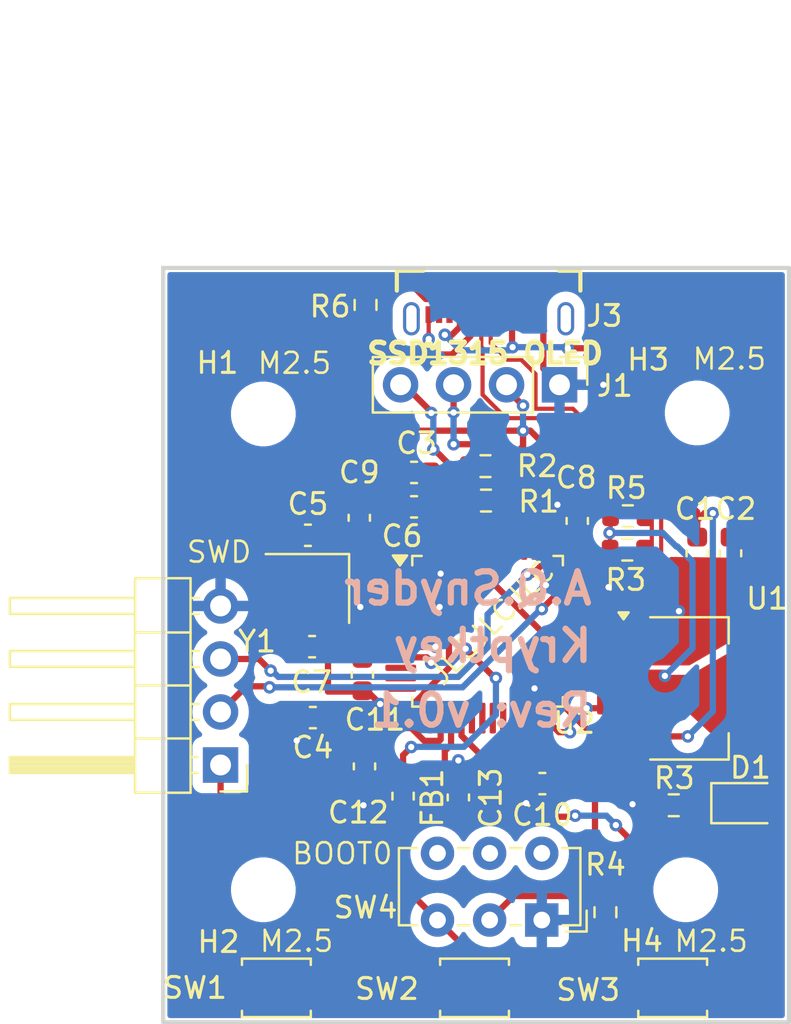
<source format=kicad_pcb>
(kicad_pcb (version 20240108) (generator "pcbnew") (generator_version "8.0")
  (layers (0 "F.Cu" signal) (31 "B.Cu" power) (34 "B.Paste" user) (35 "F.Paste" user) (36 "B.SilkS" user "B.Silkscreen") (37 "F.SilkS" user "F.Silkscreen") (38 "B.Mask" user) (39 "F.Mask" user) (44 "Edge.Cuts" user))
  (net 0 "")
  (net 1 "GND")
  (net 2 "+3.3V")
  (net 3 "+3.3V_A")
  (net 4 "/NRST")
  (net 5 "/HSE_IN")
  (net 6 "/HSE_OUT")
  (net 7 "VBUS")
  (net 8 "/PWR_LED_K")
  (net 9 "/SWDIO")
  (net 10 "/SWCLK")
  (net 11 "/I2C1_SCL_OLED")
  (net 12 "/I2C1_SDA_OLED")
  (net 13 "/BOOT0")
  (net 14 "/SW_BOOT0")
  (net 15 "/USB_D+")
  (net 16 "/UI_DOWN_BUTTON")
  (net 17 "/UI_UP_BUTTON")
  (net 18 "/UI_ENTER_BUTTON")
  (net 19 "/USB_D-")
  (net 64 "Net-(J3-CC1)")
  (footprint "Resistor_SMD:R_0603_1608Metric" (layer "F.Cu") (at 149.65 85.475 -90)
    (property "Reference" "R6")
    (property "Value" "5.1K" (hide yes))
  )
  (footprint "Resistor_SMD:R_0603_1608Metric" (layer "F.Cu") (at 155.4 93.2)
    (property "Reference" "R2")
    (property "Value" "1.5K" (hide yes))
  )
  (footprint "Capacitor_SMD:C_0603_1608Metric" (layer "F.Cu") (at 158.125 108.4125 180)
    (property "Reference" "C10")
    (property "Value" "100nF" (hide yes))
  )
  (footprint "Capacitor_SMD:C_0603_1608Metric" (layer "F.Cu") (at 147.0875 101.85)
    (property "Reference" "C7")
    (property "Value" "10pF" (hide yes))
  )
  (footprint "Button_Switch_THT:SW_E-Switch_EG1271_SPDT" (layer "F.Cu") (at 158.1 114.95 180)
    (property "Reference" "SW4")
    (property "Value" "SW_SPDT" (hide yes))
  )
  (footprint "MountingHole:MountingHole_2.7mm_M2.5" (layer "F.Cu") (at 144.75 113.5)
    (property "Reference" "H2")
    (property "Value" "M3_OLED" (hide yes))
  )
  (footprint "Resistor_SMD:R_0603_1608Metric" (layer "F.Cu") (at 155.425 94.85)
    (property "Reference" "R1")
    (property "Value" "1.5K" (hide yes))
  )
  (footprint "Package_TO_SOT_SMD:SOT-223-3_TabPin2" (layer "F.Cu") (at 165.15 103.85)
    (property "Reference" "U1")
    (property "Value" "AMS1117-3.3" (hide yes))
  )
  (footprint "MountingHole:MountingHole_2.7mm_M2.5" (layer "F.Cu") (at 144.75 90.7)
    (property "Reference" "H1")
    (property "Value" "M1_OLED" (hide yes))
  )
  (footprint "MountingHole:MountingHole_2.7mm_M2.5" (layer "F.Cu") (at 165.55 90.65)
    (property "Reference" "H3")
    (property "Value" "M2_OLED" (hide yes))
  )
  (footprint "Resistor_SMD:R_0603_1608Metric" (layer "F.Cu") (at 162.225 95.6 180)
    (property "Reference" "R5")
    (property "Value" "1.5K" (hide yes))
  )
  (footprint "Capacitor_SMD:C_0603_1608Metric" (layer "F.Cu") (at 151.975 93.5)
    (property "Reference" "C3")
    (property "Value" "10uF" (hide yes))
  )
  (footprint "Package_QFP:LQFP-48_7x7mm_P0.5mm" (layer "F.Cu") (at 155.5 101.1125)
    (property "Reference" "U2")
    (property "Value" "STM32F103C8T6")
  )
  (footprint "Button_Switch_SMD:SW_SPST_B3U-1000P" (layer "F.Cu") (at 154.875 118.2)
    (property "Reference" "SW2")
    (property "Value" "SW_Push" (hide yes))
  )
  (footprint "Capacitor_SMD:C_0603_1608Metric" (layer "F.Cu") (at 159.8 95.825 90)
    (property "Reference" "C8")
    (property "Value" "100nF" (hide yes))
  )
  (footprint "Crystal:Crystal_SMD_3225-4Pin_3.2x2.5mm" (layer "F.Cu") (at 146.8625 99.0625 180)
    (property "Reference" "Y1")
    (property "Value" "16MHz" (hide yes))
  )
  (footprint "Inductor_SMD:L_0603_1608Metric" (layer "F.Cu") (at 151.45 109.0125 -90)
    (property "Reference" "FB1")
    (property "Value" "120R" (hide yes))
  )
  (footprint "Capacitor_SMD:C_0603_1608Metric" (layer "F.Cu") (at 167.15 97.375 -90)
    (property "Reference" "C2")
    (property "Value" "22uF" (hide yes))
  )
  (footprint "Connector_PinHeader_2.54mm:PinHeader_1x04_P2.54mm_Horizontal" (layer "F.Cu") (at 142.7 107.52 180)
    (property "Reference" "J2" (hide yes))
    (property "Value" "Conn_01x04_Pin" (hide yes))
  )
  (footprint "Capacitor_SMD:C_0603_1608Metric" (layer "F.Cu") (at 149.6 107.5875 -90)
    (property "Reference" "C12")
    (property "Value" "1uF" (hide yes))
  )
  (footprint "Resistor_SMD:R_0603_1608Metric" (layer "F.Cu") (at 161.15 114.575 90)
    (property "Reference" "R4")
    (property "Value" "10K" (hide yes))
  )
  (footprint "MountingHole:MountingHole_2.7mm_M2.5" (layer "F.Cu") (at 165 113.5)
    (property "Reference" "H4")
    (property "Value" "M4_OLED" (hide yes))
  )
  (footprint "Connector_PinHeader_2.54mm:PinHeader_1x04_P2.54mm_Vertical" (layer "F.Cu") (at 158.95 89.3 -90)
    (property "Reference" "J1")
    (property "Value" "Conn_01x04_Pin" (hide yes))
  )
  (footprint "Capacitor_SMD:C_0603_1608Metric" (layer "F.Cu") (at 149.35 95.675 90)
    (property "Reference" "C9")
    (property "Value" "100nF" (hide yes))
  )
  (footprint "Capacitor_SMD:C_0603_1608Metric" (layer "F.Cu") (at 154.1 109.075 90)
    (property "Reference" "C13")
    (property "Value" "1uF" (hide yes))
  )
  (footprint "Resistor_SMD:R_0603_1608Metric" (layer "F.Cu") (at 164.425 109.45)
    (property "Reference" "R3")
    (property "Value" "1.5K" (hide yes))
  )
  (footprint "USB4155-03-C_REVA:GCT_USB4155-03-C_REVA" (layer "F.Cu") (at 155.55 85.1875 180)
    (property "Reference" "J3")
    (property "Value" "USB4155-03-C_REVA" (hide yes))
  )
  (footprint "Button_Switch_SMD:SW_SPST_B3U-1000P" (layer "F.Cu") (at 164.375 118.2)
    (property "Reference" "SW3")
    (property "Value" "SW_Push" (hide yes))
  )
  (footprint "Capacitor_SMD:C_0603_1608Metric" (layer "F.Cu") (at 147.125 105.25 180)
    (property "Reference" "C4")
    (property "Value" "100nF" (hide yes))
  )
  (footprint "Capacitor_SMD:C_0603_1608Metric" (layer "F.Cu") (at 165.55 97.375 -90)
    (property "Reference" "C1")
    (property "Value" "22uF" (hide yes))
  )
  (footprint "Capacitor_SMD:C_0603_1608Metric" (layer "F.Cu") (at 146.8875 96.5125 180)
    (property "Reference" "C5")
    (property "Value" "10pF" (hide yes))
  )
  (footprint "Button_Switch_SMD:SW_SPST_B3U-1000P" (layer "F.Cu") (at 145.375 118.2)
    (property "Reference" "SW1")
    (property "Value" "SW_Push" (hide yes))
  )
  (footprint "Resistor_SMD:R_0603_1608Metric" (layer "F.Cu") (at 162.2 97.2)
    (property "Reference" "R3")
    (property "Value" "1.5K" (hide yes))
  )
  (footprint "LED_SMD:LED_0805_2012Metric" (layer "F.Cu") (at 167.9125 109.35)
    (property "Reference" "D1")
    (property "Value" "LED_RED" (hide yes))
  )
  (footprint "Capacitor_SMD:C_0603_1608Metric" (layer "F.Cu") (at 149.5 103.1875 -90)
    (property "Reference" "C11")
    (property "Value" "10nF" (hide yes))
  )
  (footprint "Capacitor_SMD:C_0603_1608Metric" (layer "F.Cu") (at 151.975 95.15)
    (property "Reference" "C6")
    (property "Value" "100nF" (hide yes))
  )
  (gr_poly (pts (xy 160.95 100.9) (xy 164.3 100.9) (xy 164.3 97.65) (xy 168.4 97.7) (xy 168.35 100.8) (xy 165.15 102.65) (xy 160.95 102.65)) (stroke (width 0.2)) (fill solid) (layer "F.Cu") (net 1))
  (gr_poly (pts (xy 160.85 103.3) (xy 165.25 103.3) (xy 168.65 101.35) (xy 169.5 101.35) (xy 169.5925 110.3) (xy 167.9125 110.3) (xy 167.85 107.4) (xy 165.25 105) (xy 160.85 105)) (stroke (width 0.2)) (fill solid) (layer "F.Cu") (net 2))
  (gr_rect (start 139.95 83.7) (end 169.95 119.85) (stroke (width 0.2)) (fill none) (layer "Edge.Cuts"))
  (gr_text "Rev: v0.1" (at 160.65 105.7875 0) (layer "B.SilkS") (effects (font (size 1.5 1.5) (thickness 0.3) (bold yes)) (justify left bottom mirror)))
  (gr_text "A.Q.Snyder" (at 160.65 99.9375 -0) (layer "B.SilkS") (effects (font (size 1.5 1.5) (thickness 0.3) (bold yes)) (justify left bottom mirror)))
  (gr_text "Kryptkey\n" (at 160.65 102.6875 0) (layer "B.SilkS") (effects (font (size 1.5 1.5) (thickness 0.3) (bold yes)) (justify left bottom mirror)))
  (gr_text "SSD1315 OLED\n\n" (at 149.6 90 0) (layer "F.SilkS") (effects (font (size 1 1) (thickness 0.25) (bold yes)) (justify left bottom)))
  (gr_text "M2.5" (at 165.25 88.65 0) (layer "F.SilkS") (effects (font (size 1 1) (thickness 0.125)) (justify left bottom)))
  (gr_text "M2.5" (at 144.5 116.55 0) (layer "F.SilkS") (effects (font (size 1 1) (thickness 0.125)) (justify left bottom)))
  (gr_text "SWD" (at 141 97.9 0) (layer "F.SilkS") (effects (font (size 1 1) (thickness 0.125)) (justify left bottom)))
  (gr_text "JLCJLCJLC" (at 153.35 103.9 45) (layer "F.SilkS") (effects (font (size 1 1) (thickness 0.125)) (justify left bottom)))
  (gr_text "M2.5" (at 144.4 88.85 0) (layer "F.SilkS") (effects (font (size 1 1) (thickness 0.125)) (justify left bottom)))
  (gr_text "M2.5" (at 164.375 116.55 0) (layer "F.SilkS") (effects (font (size 1 1) (thickness 0.125)) (justify left bottom)))
  (gr_text "BOOT0" (at 146.05 112.35 0) (layer "F.SilkS") (effects (font (size 1 1) (thickness 0.125)) (justify left bottom)))
  (segment (start 152.75 95.15) (end 152.75 95.60938) (width 0.3) (layer "F.Cu") (net 1))
  (segment (start 158.175 85.2375) (end 158.125 85.1875) (width 0.3) (layer "F.Cu") (net 1))
  (segment (start 149.6 109.4) (end 149.55 109.45) (width 0.3) (layer "F.Cu") (net 1))
  (segment (start 149.4625 104) (end 147.85 104) (width 0.3) (layer "F.Cu") (net 1))
  (segment (start 152.80938 98.35) (end 153.25 98.35) (width 0.3) (layer "F.Cu") (net 1))
  (segment (start 147.85 101.8625) (end 147.8625 101.85) (width 0.3) (layer "F.Cu") (net 1))
  (segment (start 157.35 109.5) (end 157.35 109.35) (width 0.3) (layer "F.Cu") (net 1))
  (segment (start 150.49688 101.8625) (end 150.24688 101.6125) (width 0.3) (layer "F.Cu") (net 1))
  (segment (start 145.7625 98.2125) (end 145.8625 98.2125) (width 0.3) (layer "F.Cu") (net 1))
  (segment (start 147.85 104) (end 147.85 101.8625) (width 0.3) (layer "F.Cu") (net 1))
  (segment (start 149.4 99.925) (end 149.4 99.95) (width 0.3) (layer "F.Cu") (net 1))
  (segment (start 163.6 109.4) (end 162.45 109.4) (width 0.3) (layer "F.Cu") (net 1))
  (segment (start 149.35 94.9) (end 149.35938 94.9) (width 0.3) (layer "F.Cu") (net 1))
  (segment (start 158.125 85.1875) (end 152.5375 85.1875) (width 0.3) (layer "F.Cu") (net 1))
  (segment (start 147.9625 99.9125) (end 149.3875 99.9125) (width 0.3) (layer "F.Cu") (net 1))
  (segment (start 146.1125 97.8625) (end 145.7625 98.2125) (width 0.3) (layer "F.Cu") (net 1))
  (segment (start 152.7 87.086003) (end 152.676769 87.109234) (width 0.2) (layer "F.Cu") (net 1))
  (segment (start 147.5625 99.9125) (end 147.9625 99.9125) (width 0.3) (layer "F.Cu") (net 1))
  (segment (start 151.3375 101.8625) (end 152.9875 101.8625) (width 0.3) (layer "F.Cu") (net 1))
  (segment (start 157.75 108.0125) (end 157.75 105.275) (width 0.3) (layer "F.Cu") (net 1))
  (segment (start 161.1625 98.8625) (end 161.3 99) (width 0.3) (layer "F.Cu") (net 1))
  (segment (start 158.175 85.9375) (end 158.175 85.2375) (width 0.3) (layer "F.Cu") (net 1))
  (segment (start 149.5 103.9625) (end 149.4625 104) (width 0.3) (layer "F.Cu") (net 1))
  (segment (start 153.25 96.10938) (end 153.25 96.95) (width 0.3) (layer "F.Cu") (net 1))
  (segment (start 152.5375 85.1875) (end 152 84.65) (width 0.3) (layer "F.Cu") (net 1))
  (segment (start 152.7 86.85) (end 152.7 87.086003) (width 0.2) (layer "F.Cu") (net 1))
  (segment (start 151.3375 101.8625) (end 150.49688 101.8625) (width 0.3) (layer "F.Cu") (net 1))
  (segment (start 153.25 99.9) (end 153.2 99.95) (width 0.3) (layer "F.Cu") (net 1))
  (segment (start 149.35 94.9) (end 149.4 94.9) (width 0.3) (layer "F.Cu") (net 1))
  (segment (start 157.75 105.275) (end 157.75 103.85) (width 0.3) (layer "F.Cu") (net 1))
  (segment (start 159.6625 98.8625) (end 161.1625 98.8625) (width 0.3) (layer "F.Cu") (net 1))
  (segment (start 146.1125 96.5125) (end 146.1125 97.8625) (width 0.3) (layer "F.Cu") (net 1))
  (segment (start 149.4 101.6125) (end 148.1 101.6125) (width 0.3) (layer "F.Cu") (net 1))
  (segment (start 158.175 88.525) (end 158.95 89.3) (width 0.3) (layer "F.Cu") (net 1))
  (segment (start 147.9625 101.5125) (end 147.8625 101.6125) (width 0.3) (layer "F.Cu") (net 1))
  (segment (start 152.675 85.9375) (end 152.675 86.825) (width 0.2) (layer "F.Cu") (net 1))
  (segment (start 145.8625 98.2125) (end 147.5625 99.9125) (width 0.3) (layer "F.Cu") (net 1))
  (segment (start 150.24688 101.6125) (end 149.4 101.6125) (width 0.3) (layer "F.Cu") (net 1))
  (segment (start 158.175 85.9375) (end 158.175 88.525) (width 0.3) (layer "F.Cu") (net 1))
  (segment (start 149.3875 99.9125) (end 149.4 99.925) (width 0.3) (layer "F.Cu") (net 1))
  (segment (start 159.8 95.05) (end 158.85 95.05) (width 0.3) (layer "F.Cu") (net 1))
  (segment (start 152.675 86.825) (end 152.7 86.85) (width 0.2) (layer "F.Cu") (net 1))
  (segment (start 154.1 108.3) (end 154.1 107.3) (width 0.3) (layer "F.Cu") (net 1))
  (segment (start 153.25 98.35) (end 153.25 99.9) (width 0.3) (layer "F.Cu") (net 1))
  (segment (start 149.5 103.9625) (end 149.7125 103.9625) (width 0.3) (layer "F.Cu") (net 1))
  (segment (start 149.6 108.3625) (end 149.6 109.4) (width 0.3) (layer "F.Cu") (net 1))
  (segment (start 152.75 95.60938) (end 153.00312 95.8625) (width 0.3) (layer "F.Cu") (net 1))
  (segment (start 152.75 93.5) (end 152.75 95.15) (width 0.3) (layer "F.Cu") (net 1))
  (segment (start 157.35 108.4125) (end 157.75 108.0125) (width 0.3) (layer "F.Cu") (net 1))
  (segment (start 152 84.65) (end 149.65 84.65) (width 0.3) (layer "F.Cu") (net 1))
  (segment (start 148.1 101.6125) (end 147.8625 101.85) (width 0.3) (layer "F.Cu") (net 1))
  (segment (start 146.35 105.25) (end 146.35 106.35) (width 0.2) (layer "F.Cu") (net 1))
  (segment (start 158.95 89.3) (end 161.05 89.3) (width 0.3) (layer "F.Cu") (net 1))
  (segment (start 157.35 108.4125) (end 157.35 109.35) (width 0.3) (layer "F.Cu") (net 1))
  (segment (start 158.3375 98.8625) (end 158.3 98.9) (width 0.3) (layer "F.Cu") (net 1))
  (segment (start 159.6625 98.8625) (end 158.3375 98.8625) (width 0.3) (layer "F.Cu") (net 1))
  (segment (start 153.00312 95.8625) (end 153.25 96.10938) (width 0.3) (layer "F.Cu") (net 1))
  (segment (start 149.7125 103.9625) (end 150.35 104.6) (width 0.3) (layer "F.Cu") (net 1))
  (segment (start 153.25 96.95) (end 153.25 98.35) (width 0.3) (layer "F.Cu") (net 1))
  (segment (start 152.9875 101.8625) (end 153 101.85) (width 0.3) (layer "F.Cu") (net 1))
  (segment (start 163.6 109.45) (end 163.6 109.4) (width 0.3) (layer "F.Cu") (net 1))
  (segment (start 149.35938 94.9) (end 152.80938 98.35) (width 0.3) (layer "F.Cu") (net 1))
  (via (at 153 101.85) (size 0.6) (drill 0.3) (layers "F.Cu" "B.Cu") (net 1))
  (via (at 158.85 95.05) (size 0.6) (drill 0.3) (layers "F.Cu" "B.Cu") (net 1))
  (via (at 157.75 103.85) (size 0.6) (drill 0.3) (layers "F.Cu" "B.Cu") (net 1))
  (via (at 153.2 99.95) (size 0.6) (drill 0.3) (layers "F.Cu" "B.Cu") (net 1))
  (via (at 146.35 106.35) (size 0.6) (drill 0.3) (layers "F.Cu" "B.Cu") (net 1))
  (via (at 164.675 100.15) (size 0.6) (drill 0.3) (layers "F.Cu" "B.Cu") (net 1))
  (via (at 152.676769 87.109234) (size 0.6) (drill 0.3) (layers "F.Cu" "B.Cu") (net 1))
  (via (at 154.1 107.3) (size 0.6) (drill 0.3) (layers "F.Cu" "B.Cu") (net 1))
  (via (at 158.3 98.9) (size 0.6) (drill 0.3) (layers "F.Cu" "B.Cu") (net 1))
  (via (at 161.3 99) (size 0.6) (drill 0.3) (layers "F.Cu" "B.Cu") (net 1))
  (via (at 157.35 109.35) (size 0.6) (drill 0.3) (layers "F.Cu" "B.Cu") (net 1))
  (via (at 161.05 89.3) (size 0.6) (drill 0.3) (layers "F.Cu" "B.Cu") (net 1))
  (via (at 149.55 109.45) (size 0.6) (drill 0.3) (layers "F.Cu" "B.Cu") (net 1))
  (via (at 150.35 104.6) (size 0.6) (drill 0.3) (layers "F.Cu" "B.Cu") (net 1))
  (via (at 153.25 98.35) (size 0.6) (drill 0.3) (layers "F.Cu" "B.Cu") (net 1))
  (via (at 149.4 99.95) (size 0.6) (drill 0.3) (layers "F.Cu" "B.Cu") (net 1))
  (via (at 162.45 109.4) (size 0.6) (drill 0.3) (layers "F.Cu" "B.Cu") (net 1))
  (segment (start 149.4 99.95) (end 153.2 99.95) (width 0.3) (layer "B.Cu") (net 1))
  (segment (start 158.3 98.9) (end 158.85 98.35) (width 0.3) (layer "B.Cu") (net 1))
  (segment (start 161.7 99) (end 161.3 99) (width 0.3) (layer "B.Cu") (net 1))
  (segment (start 158.85 98.35) (end 158.85 95.05) (width 0.3) (layer "B.Cu") (net 1))
  (segment (start 164.425 100.4) (end 163.1 100.4) (width 0.3) (layer "B.Cu") (net 1))
  (segment (start 164.675 100.15) (end 164.425 100.4) (width 0.3) (layer "B.Cu") (net 1))
  (segment (start 163.1 100.4) (end 161.7 99) (width 0.3) (layer "B.Cu") (net 1))
  (segment (start 168.85 115.425) (end 168.85 109.35) (width 0.3) (layer "F.Cu") (net 2))
  (segment (start 161.375 96.425) (end 161.35 96.4) (width 0.2) (layer "F.Cu") (net 2))
  (segment (start 151.3375 97.6375) (end 151.3375 98.3625) (width 0.3) (layer "F.Cu") (net 2))
  (segment (start 149.35 96.45) (end 148.525 95.625) (width 0.3) (layer "F.Cu") (net 2))
  (segment (start 147.075 118.2) (end 148.275 119.4) (width 0.3) (layer "F.Cu") (net 2))
  (segment (start 159.8 96.6) (end 160.625 95.775) (width 0.3) (layer "F.Cu") (net 2))
  (segment (start 151.45 109.8) (end 154.05 109.8) (width 0.3) (layer "F.Cu") (net 2))
  (segment (start 151.2 95.15) (end 151.2 95.4) (width 0.3) (layer "F.Cu") (net 2))
  (segment (start 142.9 119.4) (end 148.65 119.4) (width 0.3) (layer "F.Cu") (net 2))
  (segment (start 156.35 118.2) (end 153.1 114.95) (width 0.3) (layer "F.Cu") (net 2))
  (segment (start 151.2 95.4) (end 152.75 96.95) (width 0.3) (layer "F.Cu") (net 2))
  (segment (start 154.05 109.8) (end 154.1 109.85) (width 0.3) (layer "F.Cu") (net 2))
  (segment (start 149.35 96.45) (end 150.15 96.45) (width 0.3) (layer "F.Cu") (net 2))
  (segment (start 158.25 106.9) (end 158.85 107.5) (width 0.3) (layer "F.Cu") (net 2))
  (segment (start 151.2 92.15) (end 151.2 93.5) (width 0.3) (layer "F.Cu") (net 2))
  (segment (start 157.2 91.5) (end 151.85 91.5) (width 0.3) (layer "F.Cu") (net 2))
  (segment (start 164.875 119.4) (end 166.075 118.2) (width 0.3) (layer "F.Cu") (net 2))
  (segment (start 167.939563 96.6) (end 169.15 97.810437) (width 0.3) (layer "F.Cu") (net 2))
  (segment (start 158.25 105.275) (end 158.925 105.95) (width 0.3) (layer "F.Cu") (net 2))
  (segment (start 156.41 89.3) (end 156.41 89.50998) (width 0.3) (layer "F.Cu") (net 2))
  (segment (start 166.075 118.2) (end 168.85 115.425) (width 0.3) (layer "F.Cu") (net 2))
  (segment (start 157.775 119.4) (end 164.875 119.4) (width 0.3) (layer "F.Cu") (net 2))
  (segment (start 160.625 95.775) (end 160.625 94.575) (width 0.3) (layer "F.Cu") (net 2))
  (segment (start 148.65 119.4) (end 155.375 119.4) (width 0.3) (layer "F.Cu") (net 2))
  (segment (start 159.8 98.225) (end 159.6625 98.3625) (width 0.3) (layer "F.Cu") (net 2))
  (segment (start 142.7 119.2) (end 142.9 119.4) (width 0.3) (layer "F.Cu") (net 2))
  (segment (start 160.25 104.8) (end 161.05 104.8) (width 0.3) (layer "F.Cu") (net 2))
  (segment (start 156.575 118.2) (end 156.35 118.2) (width 0.3) (layer "F.Cu") (net 2))
  (segment (start 155.375 119.4) (end 156.575 118.2) (width 0.3) (layer "F.Cu") (net 2))
  (segment (start 161.375 97.2) (end 161.375 96.425) (width 0.2) (layer "F.Cu") (net 2))
  (segment (start 162 103.85) (end 162 103.65) (width 0.3) (layer "F.Cu") (net 2))
  (segment (start 159.8 96.6) (end 159.8 98.225) (width 0.3) (layer "F.Cu") (net 2))
  (segment (start 158.25 105.275) (end 158.25 106.9) (width 0.3) (layer "F.Cu") (net 2))
  (segment (start 156.25 93.2) (end 156.225 93.2) (width 0.3) (layer "F.Cu") (net 2))
  (segment (start 158.85 107.8) (end 158.9 107.85) (width 0.3) (layer "F.Cu") (net 2))
  (segment (start 150.15 96.45) (end 151.3375 97.6375) (width 0.3) (layer "F.Cu") (net 2))
  (segment (start 148.525 93.925) (end 148.95 93.5) (width 0.3) (layer "F.Cu") (net 2))
  (segment (start 161.4 95.6) (end 161.4 96.35) (width 0.2) (layer "F.Cu") (net 2))
  (segment (start 158.925 105.95) (end 159.45 105.95) (width 0.3) (layer "F.Cu") (net 2))
  (segment (start 151.2 93.5) (end 151.2 95.15) (width 0.3) (layer "F.Cu") (net 2))
  (segment (start 162 103.65) (end 162.55 103.1) (width 0.3) (layer "F.Cu") (net 2))
  (segment (start 169.15 97.810437) (end 169.15 101.89625) (width 0.3) (layer "F.Cu") (net 2))
  (segment (start 156.41 89.50998) (end 157.2 90.29998) (width 0.3) (layer "F.Cu") (net 2))
  (segment (start 148.275 119.4) (end 148.65 119.4) (width 0.3) (layer "F.Cu") (net 2))
  (segment (start 157.55 91.5) (end 157.2 91.5) (width 0.3) (layer "F.Cu") (net 2))
  (segment (start 161.4 95.6) (end 160.8 95.6) (width 0.2) (layer "F.Cu") (net 2))
  (segment (start 157.2 92.25) (end 156.25 93.2) (width 0.3) (layer "F.Cu") (net 2))
  (segment (start 148.525 95.625) (end 148.525 93.925) (width 0.3) (layer "F.Cu") (net 2))
  (segment (start 142.7 107.52) (end 142.7 119.2) (width 0.3) (layer "F.Cu") (net 2))
  (segment (start 158.85 107.5) (end 158.85 107.8) (width 0.3) (layer "F.Cu") (net 2))
  (segment (start 153.1 114.95) (end 151.45 113.3) (width 0.3) (layer "F.Cu") (net 2))
  (segment (start 156.575 118.2) (end 157.775 119.4) (width 0.3) (layer "F.Cu") (net 2))
  (segment (start 158.9 107.85) (end 158.9 108.4125) (width 0.3) (layer "F.Cu") (net 2))
  (segment (start 162.55 103.1) (end 164 103.1) (width 0.3) (layer "F.Cu") (net 2))
  (segment (start 157.2 93.9) (end 157.2 91.5) (width 0.3) (layer "F.Cu") (net 2))
  (segment (start 159.675 98.35) (end 159.6625 98.3625) (width 0.3) (layer "F.Cu") (net 2))
  (segment (start 161.4 96.35) (end 161.35 96.4) (width 0.2) (layer "F.Cu") (net 2))
  (segment (start 164 103.1) (end 164 103.25) (width 0.3) (layer "F.Cu") (net 2))
  (segment (start 148.95 93.5) (end 151.2 93.5) (width 0.3) (layer "F.Cu") (net 2))
  (segment (start 160.625 94.575) (end 157.55 91.5) (width 0.3) (layer "F.Cu") (net 2))
  (segment (start 161.05 104.8) (end 162 103.85) (width 0.3) (layer "F.Cu") (net 2))
  (segment (start 156.25 94.85) (end 157.2 93.9) (width 0.3) (layer "F.Cu") (net 2))
  (segment (start 157.25 91.55) (end 157.2 91.5) (width 0.3) (layer "F.Cu") (net 2))
  (segment (start 167.15 96.6) (end 167.939563 96.6) (width 0.3) (layer "F.Cu") (net 2))
  (segment (start 151.85 91.5) (end 151.2 92.15) (width 0.3) (layer "F.Cu") (net 2))
  (segment (start 156 93.5) (end 156 93.45) (width 0.3) (layer "F.Cu") (net 2))
  (segment (start 157.2 92.25) (end 157.2 91.5) (width 0.3) (layer "F.Cu") (net 2))
  (segment (start 151.45 113.3) (end 151.45 109.8) (width 0.3) (layer "F.Cu") (net 2))
  (segment (start 160.8 95.6) (end 159.8 96.6) (width 0.2) (layer "F.Cu") (net 2))
  (via (at 159.45 105.95) (size 0.6) (drill 0.3) (layers "F.Cu" "B.Cu") (net 2))
  (via (at 164 103.25) (size 0.6) (drill 0.3) (layers "F.Cu" "B.Cu") (net 2))
  (via (at 157.2 90.29998) (size 0.6) (drill 0.3) (layers "F.Cu" "B.Cu") (net 2))
  (via (at 160.25 104.8) (size 0.6) (drill 0.3) (layers "F.Cu" "B.Cu") (net 2))
  (via (at 161.35 96.4) (size 0.6) (drill 0.3) (layers "F.Cu" "B.Cu") (net 2))
  (via (at 157.2 91.5) (size 0.6) (drill 0.3) (layers "F.Cu" "B.Cu") (net 2))
  (segment (start 157.2 90.29998) (end 157.2 91.5) (width 0.3) (layer "B.Cu") (net 2))
  (segment (start 159.45 105.95) (end 159.45 105.6) (width 0.3) (layer "B.Cu") (net 2))
  (segment (start 165.325 97.775) (end 164.6 97.05) (width 0.3) (layer "B.Cu") (net 2))
  (segment (start 163.9 96.4) (end 161.35 96.4) (width 0.3) (layer "B.Cu") (net 2))
  (segment (start 159.45 105.6) (end 160.25 104.8) (width 0.3) (layer "B.Cu") (net 2))
  (segment (start 164 103.25) (end 165.325 101.925) (width 0.3) (layer "B.Cu") (net 2))
  (segment (start 164.6 97.05) (end 164.55 97.05) (width 0.3) (layer "B.Cu") (net 2))
  (segment (start 165.325 101.925) (end 165.325 97.775) (width 0.3) (layer "B.Cu") (net 2))
  (segment (start 164.55 97.05) (end 163.9 96.4) (width 0.3) (layer "B.Cu") (net 2))
  (segment (start 151.45 108.225) (end 151.45 107.65) (width 0.3) (layer "F.Cu") (net 3))
  (segment (start 155.85 103.35) (end 155.9 103.35) (width 0.3) (layer "F.Cu") (net 3))
  (segment (start 151.84038 106.65962) (end 151.45 107.05) (width 0.3) (layer "F.Cu") (net 3))
  (segment (start 151.45 107.65) (end 150.6125 106.8125) (width 0.3) (layer "F.Cu") (net 3))
  (segment (start 152.593261 102.3625) (end 152.8 102.569239) (width 0.3) (layer "F.Cu") (net 3))
  (segment (start 151.3375 102.3625) (end 152.593261 102.3625) (width 0.3) (layer "F.Cu") (net 3))
  (segment (start 154.45 101.95) (end 155.85 103.35) (width 0.3) (layer "F.Cu") (net 3))
  (segment (start 150.6125 106.8125) (end 149.6 106.8125) (width 0.3) (layer "F.Cu") (net 3))
  (segment (start 149.55 102.3625) (end 151.3375 102.3625) (width 0.3) (layer "F.Cu") (net 3))
  (segment (start 152.8 102.569239) (end 152.8 102.61686) (width 0.3) (layer "F.Cu") (net 3))
  (segment (start 151.45 107.05) (end 151.45 107.65) (width 0.3) (layer "F.Cu") (net 3))
  (segment (start 152.8 102.61686) (end 152.793869 102.622991) (width 0.3) (layer "F.Cu") (net 3))
  (segment (start 149.5 102.4125) (end 149.55 102.3625) (width 0.3) (layer "F.Cu") (net 3))
  (via (at 151.84038 106.65962) (size 0.6) (drill 0.3) (layers "F.Cu" "B.Cu") (net 3))
  (via (at 155.9 103.35) (size 0.6) (drill 0.3) (layers "F.Cu" "B.Cu") (net 3))
  (via (at 154.45 101.95) (size 0.6) (drill 0.3) (layers "F.Cu" "B.Cu") (net 3))
  (via (at 152.793869 102.622991) (size 0.6) (drill 0.3) (layers "F.Cu" "B.Cu") (net 3))
  (segment (start 153.777009 102.622991) (end 154.45 101.95) (width 0.3) (layer "B.Cu") (net 3))
  (segment (start 155.9 105.119239) (end 154.369239 106.65) (width 0.3) (layer "B.Cu") (net 3))
  (segment (start 152.793869 102.622991) (end 153.777009 102.622991) (width 0.3) (layer "B.Cu") (net 3))
  (segment (start 151.9 106.6) (end 151.84038 106.65962) (width 0.3) (layer "B.Cu") (net 3))
  (segment (start 155.9 103.35) (end 155.9 105.119239) (width 0.3) (layer "B.Cu") (net 3))
  (segment (start 154.369239 106.65) (end 151.95 106.65) (width 0.3) (layer "B.Cu") (net 3))
  (segment (start 151.95 106.65) (end 151.9 106.6) (width 0.3) (layer "B.Cu") (net 3))
  (segment (start 153.65 102.86719) (end 153.65 101.55) (width 0.3) (layer "F.Cu") (net 4))
  (segment (start 153.21562 101.11562) (end 152.425 101.11562) (width 0.3) (layer "F.Cu") (net 4))
  (segment (start 151.29062 105.25) (end 152.425 104.11562) (width 0.3) (layer "F.Cu") (net 4))
  (segment (start 153.65 101.55) (end 153.21562 101.11562) (width 0.3) (layer "F.Cu") (net 4))
  (segment (start 152.425 104.11562) (end 152.425 104.09219) (width 0.3) (layer "F.Cu") (net 4))
  (segment (start 152.17812 101.3625) (end 151.3375 101.3625) (width 0.3) (layer "F.Cu") (net 4))
  (segment (start 152.425 104.09219) (end 153.65 102.86719) (width 0.3) (layer "F.Cu") (net 4))
  (segment (start 152.425 101.11562) (end 152.17812 101.3625) (width 0.3) (layer "F.Cu") (net 4))
  (segment (start 147.9 105.25) (end 151.29062 105.25) (width 0.3) (layer "F.Cu") (net 4))
  (segment (start 150.25 99.40781) (end 149.05469 98.2125) (width 0.3) (layer "F.Cu") (net 5))
  (segment (start 151.3375 100.3625) (end 150.49688 100.3625) (width 0.3) (layer "F.Cu") (net 5))
  (segment (start 149.05469 98.2125) (end 147.9625 98.2125) (width 0.3) (layer "F.Cu") (net 5))
  (segment (start 150.49688 100.3625) (end 150.25 100.11562) (width 0.3) (layer "F.Cu") (net 5))
  (segment (start 147.6625 97.9125) (end 147.9625 98.2125) (width 0.3) (layer "F.Cu") (net 5))
  (segment (start 147.6625 96.5125) (end 147.6625 97.9125) (width 0.3) (layer "F.Cu") (net 5))
  (segment (start 150.25 100.11562) (end 150.25 99.40781) (width 0.3) (layer "F.Cu") (net 5))
  (segment (start 145.7625 101.3) (end 146.3125 101.85) (width 0.3) (layer "F.Cu") (net 6))
  (segment (start 146.7125 100.8625) (end 151.3375 100.8625) (width 0.3) (layer "F.Cu") (net 6))
  (segment (start 145.7625 99.9125) (end 145.7625 101.3) (width 0.3) (layer "F.Cu") (net 6))
  (segment (start 145.7625 99.9125) (end 146.7125 100.8625) (width 0.3) (layer "F.Cu") (net 6))
  (segment (start 166.3 95.45) (end 165.9 95.45) (width 0.3) (layer "F.Cu") (net 7))
  (segment (start 156.675 87.475) (end 156.7 87.5) (width 0.3) (layer "F.Cu") (net 7))
  (segment (start 165.55 96.6) (end 165.55 95.4) (width 0.3) (layer "F.Cu") (net 7))
  (segment (start 165.55 95.4) (end 161.7 91.55) (width 0.3) (layer "F.Cu") (net 7))
  (segment (start 154.175 86.525) (end 153.795985 86.904015) (width 0.3) (layer "F.Cu") (net 7))
  (segment (start 165.55 95.8) (end 165.55 96.6) (width 0.3) (layer "F.Cu") (net 7))
  (segment (start 162 106.15) (end 165.1 106.15) (width 0.3) (layer "F.Cu") (net 7))
  (segment (start 156.675 85.9375) (end 156.675 87.475) (width 0.3) (layer "F.Cu") (net 7))
  (segment (start 160.219239 87.55) (end 159.35 87.55) (width 0.3) (layer "F.Cu") (net 7))
  (segment (start 165.1 106.15) (end 165.15 106.2) (width 0.3) (layer "F.Cu") (net 7))
  (segment (start 161.7 91.55) (end 161.7 89.030761) (width 0.3) (layer "F.Cu") (net 7))
  (segment (start 165.9 95.45) (end 165.55 95.8) (width 0.3) (layer "F.Cu") (net 7))
  (segment (start 154.175 85.9375) (end 154.175 86.525) (width 0.3) (layer "F.Cu") (net 7))
  (segment (start 153.795985 86.904015) (end 153.45 86.904015) (width 0.3) (layer "F.Cu") (net 7))
  (segment (start 161.7 89.030761) (end 160.219239 87.55) (width 0.3) (layer "F.Cu") (net 7))
  (via (at 156.7 87.5) (size 0.6) (drill 0.3) (layers "F.Cu" "B.Cu") (net 7))
  (via (at 159.35 87.55) (size 0.6) (drill 0.3) (layers "F.Cu" "B.Cu") (net 7))
  (via (at 153.45 86.904015) (size 0.6) (drill 0.3) (layers "F.Cu" "B.Cu") (net 7))
  (via (at 165.1 106.15) (size 0.6) (drill 0.3) (layers "F.Cu" "B.Cu") (net 7))
  (via (at 166.3 95.45) (size 0.6) (drill 0.3) (layers "F.Cu" "B.Cu") (net 7))
  (segment (start 166.3 104.95) (end 166.3 95.45) (width 0.3) (layer "B.Cu") (net 7))
  (segment (start 159.3 87.5) (end 159.35 87.55) (width 0.3) (layer "B.Cu") (net 7))
  (segment (start 154.195985 87.65) (end 156.55 87.65) (width 0.3) (layer "B.Cu") (net 7))
  (segment (start 153.45 86.904015) (end 154.195985 87.65) (width 0.3) (layer "B.Cu") (net 7))
  (segment (start 156.55 87.65) (end 156.7 87.5) (width 0.3) (layer "B.Cu") (net 7))
  (segment (start 156.7 87.5) (end 159.3 87.5) (width 0.3) (layer "B.Cu") (net 7))
  (segment (start 165.1 106.15) (end 166.3 104.95) (width 0.3) (layer "B.Cu") (net 7))
  (segment (start 165.35 109.35) (end 165.25 109.45) (width 0.3) (layer "F.Cu") (net 8))
  (segment (start 166.975 109.35) (end 165.35 109.35) (width 0.3) (layer "F.Cu") (net 8))
  (segment (start 145.05 103.75) (end 143.93 103.75) (width 0.3) (layer "F.Cu") (net 9))
  (segment (start 143.93 103.75) (end 142.7 104.98) (width 0.3) (layer "F.Cu") (net 9))
  (segment (start 145.046785 103.798231) (end 145.05 103.795016) (width 0.3) (layer "F.Cu") (net 9))
  (segment (start 158.7875 99.3625) (end 159.6625 99.3625) (width 0.3) (layer "F.Cu") (net 9))
  (segment (start 158.1 100.05) (end 158.7875 99.3625) (width 0.3) (layer "F.Cu") (net 9))
  (segment (start 145.05 103.795016) (end 145.05 103.75) (width 0.3) (layer "F.Cu") (net 9))
  (via (at 158.1 100.05) (size 0.6) (drill 0.3) (layers "F.Cu" "B.Cu") (net 9))
  (via (at 145.046785 103.798231) (size 0.6) (drill 0.3) (layers "F.Cu" "B.Cu") (net 9))
  (segment (start 145.046785 103.798231) (end 154.301769 103.798231) (width 0.3) (layer "B.Cu") (net 9))
  (segment (start 158.05 100.05) (end 158.1 100.05) (width 0.3) (layer "B.Cu") (net 9))
  (segment (start 158.2 99.95) (end 158.1 100.05) (width 0.3) (layer "B.Cu") (net 9))
  (segment (start 154.301769 103.798231) (end 158.05 100.05) (width 0.3) (layer "B.Cu") (net 9))
  (segment (start 145.1 103) (end 144.54 102.44) (width 0.3) (layer "F.Cu") (net 10))
  (segment (start 144.54 102.44) (end 142.7 102.44) (width 0.3) (layer "F.Cu") (net 10))
  (segment (start 158.25 97.79062) (end 158.25 96.95) (width 0.3) (layer "F.Cu") (net 10))
  (segment (start 157.64062 98.4) (end 158.25 97.79062) (width 0.3) (layer "F.Cu") (net 10))
  (segment (start 157.4 98.4) (end 157.64062 98.4) (width 0.3) (layer "F.Cu") (net 10))
  (via (at 157.4 98.4) (size 0.6) (drill 0.3) (layers "F.Cu" "B.Cu") (net 10))
  (via (at 145.1 103) (size 0.6) (drill 0.3) (layers "F.Cu" "B.Cu") (net 10))
  (segment (start 154.094663 103.298231) (end 155.5 101.892894) (width 0.3) (layer "B.Cu") (net 10))
  (segment (start 155.5 101.892894) (end 155.5 100.3) (width 0.3) (layer "B.Cu") (net 10))
  (segment (start 145.466024 103.298231) (end 154.094663 103.298231) (width 0.3) (layer "B.Cu") (net 10))
  (segment (start 145.1 103) (end 145.167793 103) (width 0.3) (layer "B.Cu") (net 10))
  (segment (start 155.5 100.3) (end 157.4 98.4) (width 0.3) (layer "B.Cu") (net 10))
  (segment (start 145.167793 103) (end 145.466024 103.298231) (width 0.3) (layer "B.Cu") (net 10))
  (segment (start 154.783358 92.15) (end 155.35 92.716642) (width 0.3) (layer "F.Cu") (net 11))
  (segment (start 154.95 94.85) (end 154.6 94.85) (width 0.3) (layer "F.Cu") (net 11))
  (segment (start 154.35 95.05) (end 154.69062 95.05) (width 0.3) (layer "F.Cu") (net 11))
  (segment (start 155.35 92.716642) (end 155.35 94.1) (width 0.3) (layer "F.Cu") (net 11))
  (segment (start 153.87 92.15) (end 154.783358 92.15) (width 0.3) (layer "F.Cu") (net 11))
  (segment (start 153.85 90.65) (end 153.87 90.63) (width 0.3) (layer "F.Cu") (net 11))
  (segment (start 155.75 95.65) (end 154.95 94.85) (width 0.3) (layer "F.Cu") (net 11))
  (segment (start 155.35 94.1) (end 154.6 94.85) (width 0.3) (layer "F.Cu") (net 11))
  (segment (start 155.75 96.95) (end 155.75 95.65) (width 0.3) (layer "F.Cu") (net 11))
  (segment (start 153.87 89.3) (end 153.87 90.63) (width 0.3) (layer "F.Cu") (net 11))
  (via (at 153.87 90.63) (size 0.6) (drill 0.3) (layers "F.Cu" "B.Cu") (net 11))
  (via (at 153.87 92.15) (size 0.6) (drill 0.3) (layers "F.Cu" "B.Cu") (net 11))
  (segment (start 153.85 92) (end 153.87 92.02) (width 0.3) (layer "B.Cu") (net 11))
  (segment (start 153.87 91.98) (end 153.85 92) (width 0.3) (layer "B.Cu") (net 11))
  (segment (start 153.87 90.63) (end 153.87 91.98) (width 0.3) (layer "B.Cu") (net 11))
  (segment (start 153.87 92.02) (end 153.87 92.15) (width 0.3) (layer "B.Cu") (net 11))
  (segment (start 154.925 95.675) (end 154.166642 95.675) (width 0.3) (layer "F.Cu") (net 12))
  (segment (start 151.5 89.3) (end 152.8 90.6) (width 0.3) (layer "F.Cu") (net 12))
  (segment (start 151.33 89.3) (end 151.5 89.3) (width 0.3) (layer "F.Cu") (net 12))
  (segment (start 154.166642 95.675) (end 153.85 95.358358) (width 0.3) (layer "F.Cu") (net 12))
  (segment (start 152.9 92.4) (end 152.944408 92.4) (width 0.3) (layer "F.Cu") (net 12))
  (segment (start 152.944408 92.4) (end 153.744408 93.2) (width 0.3) (layer "F.Cu") (net 12))
  (segment (start 153.85 93.925) (end 154.575 93.2) (width 0.3) (layer "F.Cu") (net 12))
  (segment (start 152.8 90.6) (end 152.8 90.65) (width 0.3) (layer "F.Cu") (net 12))
  (segment (start 153.85 95.358358) (end 153.85 93.925) (width 0.3) (layer "F.Cu") (net 12))
  (segment (start 155.25 96.95) (end 155.25 96) (width 0.3) (layer "F.Cu") (net 12))
  (segment (start 153.744408 93.2) (end 154.575 93.2) (width 0.3) (layer "F.Cu") (net 12))
  (segment (start 155.25 96) (end 154.925 95.675) (width 0.3) (layer "F.Cu") (net 12))
  (via (at 152.8 90.65) (size 0.6) (drill 0.3) (layers "F.Cu" "B.Cu") (net 12))
  (via (at 152.9 92.4) (size 0.6) (drill 0.3) (layers "F.Cu" "B.Cu") (net 12))
  (segment (start 152.9 90.75) (end 152.9 92.4) (width 0.3) (layer "B.Cu") (net 12))
  (segment (start 152.8 90.65) (end 152.9 90.75) (width 0.3) (layer "B.Cu") (net 12))
  (segment (start 160.65 113.25) (end 160.65 106.19062) (width 0.3) (layer "F.Cu") (net 13))
  (segment (start 158.4 101.44062) (end 154.75 97.79062) (width 0.3) (layer "F.Cu") (net 13))
  (segment (start 161.15 113.75) (end 160.65 113.25) (width 0.3) (layer "F.Cu") (net 13))
  (segment (start 158.4 103.94062) (end 158.4 101.44062) (width 0.3) (layer "F.Cu") (net 13))
  (segment (start 160.65 106.19062) (end 158.4 103.94062) (width 0.3) (layer "F.Cu") (net 13))
  (segment (start 154.75 97.79062) (end 154.75 96.95) (width 0.3) (layer "F.Cu") (net 13))
  (segment (start 156.75 113.8) (end 155.6 114.95) (width 0.3) (layer "F.Cu") (net 14))
  (segment (start 159.55 113.8) (end 156.75 113.8) (width 0.3) (layer "F.Cu") (net 14))
  (segment (start 161.15 115.4) (end 159.55 113.8) (width 0.3) (layer "F.Cu") (net 14))
  (segment (start 159.406778 90.89998) (end 156.383634 90.89998) (width 0.2) (layer "F.Cu") (net 15))
  (segment (start 159.6625 99.8625) (end 160.768751 99.8625) (width 0.2) (layer "F.Cu") (net 15))
  (segment (start 161.7443 99.8875) (end 163.372702 98.259098) (width 0.2) (layer "F.Cu") (net 15))
  (segment (start 155.26 89.776346) (end 155.26 87.544896) (width 0.2) (layer "F.Cu") (net 15))
  (segment (start 155.175 86.1875) (end 155.175 85.9375) (width 0.2) (layer "F.Cu") (net 15))
  (segment (start 163.372702 98.259098) (end 163.372702 94.865904) (width 0.2) (layer "F.Cu") (net 15))
  (segment (start 156.383634 90.89998) (end 155.26 89.776346) (width 0.2) (layer "F.Cu") (net 15))
  (segment (start 163.372702 94.865904) (end 159.406778 90.89998) (width 0.2) (layer "F.Cu") (net 15))
  (segment (start 155.2 86.2125) (end 155.175 86.1875) (width 0.2) (layer "F.Cu") (net 15))
  (segment (start 160.793751 99.8875) (end 161.7443 99.8875) (width 0.2) (layer "F.Cu") (net 15))
  (segment (start 155.2 87.484896) (end 155.2 86.2125) (width 0.2) (layer "F.Cu") (net 15))
  (segment (start 160.768751 99.8625) (end 160.793751 99.8875) (width 0.2) (layer "F.Cu") (net 15))
  (segment (start 155.26 87.544896) (end 155.2 87.484896) (width 0.2) (layer "F.Cu") (net 15))
  (segment (start 159.6625 99.8625) (end 159.6625 99.8125) (width 0.2) (layer "F.Cu") (net 15))
  (segment (start 152.4625 106.3625) (end 153.1875 106.3625) (width 0.3) (layer "F.Cu") (net 16))
  (segment (start 149.368092 105.75) (end 151.85 105.75) (width 0.3) (layer "F.Cu") (net 16))
  (segment (start 143.675 118.2) (end 147.55 114.325) (width 0.3) (layer "F.Cu") (net 16))
  (segment (start 147.55 107.568092) (end 149.368092 105.75) (width 0.3) (layer "F.Cu") (net 16))
  (segment (start 151.85 105.75) (end 152.4625 106.3625) (width 0.3) (layer "F.Cu") (net 16))
  (segment (start 147.55 114.325) (end 147.55 107.568092) (width 0.3) (layer "F.Cu") (net 16))
  (segment (start 153.25 106.3) (end 153.25 105.275) (width 0.3) (layer "F.Cu") (net 16))
  (segment (start 153.1875 106.3625) (end 153.25 106.3) (width 0.3) (layer "F.Cu") (net 16))
  (segment (start 155.85 107.71562) (end 155.85 109.95) (width 0.3) (layer "F.Cu") (net 17))
  (segment (start 162.2 117.725) (end 162.675 118.2) (width 0.3) (layer "F.Cu") (net 17))
  (segment (start 154.25 105.275) (end 154.25 106.11562) (width 0.3) (layer "F.Cu") (net 17))
  (segment (start 162.2 110.95) (end 162.2 117.725) (width 0.3) (layer "F.Cu") (net 17))
  (segment (start 155.9 110) (end 159.65 110) (width 0.3) (layer "F.Cu") (net 17))
  (segment (start 155.85 109.95) (end 155.9 110) (width 0.3) (layer "F.Cu") (net 17))
  (segment (start 161.65 110.4) (end 162.2 110.95) (width 0.3) (layer "F.Cu") (net 17))
  (segment (start 159.65 110) (end 159.7 109.95) (width 0.3) (layer "F.Cu") (net 17))
  (segment (start 154.25 106.11562) (end 155.85 107.71562) (width 0.3) (layer "F.Cu") (net 17))
  (via (at 159.7 109.95) (size 0.6) (drill 0.3) (layers "F.Cu" "B.Cu") (net 17))
  (via (at 161.65 110.4) (size 0.6) (drill 0.3) (layers "F.Cu" "B.Cu") (net 17))
  (segment (start 161.2 109.95) (end 161.65 110.4) (width 0.3) (layer "B.Cu") (net 17))
  (segment (start 159.7 109.95) (end 161.2 109.95) (width 0.3) (layer "B.Cu") (net 17))
  (segment (start 153.75 106.55) (end 153.75 105.275) (width 0.3) (layer "F.Cu") (net 18))
  (segment (start 153.45 106.85) (end 153.75 106.55) (width 0.3) (layer "F.Cu") (net 18))
  (segment (start 150.625 115.65) (end 150.625 109.339604) (width 0.3) (layer "F.Cu") (net 18))
  (segment (start 153.45 107.655592) (end 153.45 106.85) (width 0.3) (layer "F.Cu") (net 18))
  (segment (start 152.093092 109.0125) (end 153.45 107.655592) (width 0.3) (layer "F.Cu") (net 18))
  (segment (start 153.175 118.2) (end 150.625 115.65) (width 0.3) (layer "F.Cu") (net 18))
  (segment (start 150.952104 109.0125) (end 152.093092 109.0125) (width 0.3) (layer "F.Cu") (net 18))
  (segment (start 150.625 109.339604) (end 150.952104 109.0125) (width 0.3) (layer "F.Cu") (net 18))
  (segment (start 155.675 86.1875) (end 155.675 85.9375) (width 0.2) (layer "F.Cu") (net 19))
  (segment (start 163.822702 98.445498) (end 163.822702 94.679504) (width 0.2) (layer "F.Cu") (net 19))
  (segment (start 163.822702 94.679504) (end 159.593198 90.45) (width 0.2) (layer "F.Cu") (net 19))
  (segment (start 157.8 90.45) (end 157.8 88.786396) (width 0.2) (layer "F.Cu") (net 19))
  (segment (start 159.6625 100.3625) (end 160.768751 100.3625) (width 0.2) (layer "F.Cu") (net 19))
  (segment (start 155.65 86.2125) (end 155.675 86.1875) (width 0.2) (layer "F.Cu") (net 19))
  (segment (start 155.65 87.298529) (end 155.65 86.2125) (width 0.2) (layer "F.Cu") (net 19))
  (segment (start 160.768751 100.3625) (end 160.793751 100.3375) (width 0.2) (layer "F.Cu") (net 19))
  (segment (start 159.593198 90.45) (end 157.8 90.45) (width 0.2) (layer "F.Cu") (net 19))
  (segment (start 157.8 88.786396) (end 157.113604 88.1) (width 0.2) (layer "F.Cu") (net 19))
  (segment (start 161.9307 100.3375) (end 163.822702 98.445498) (width 0.2) (layer "F.Cu") (net 19))
  (segment (start 159.6625 100.3625) (end 159.7125 100.3125) (width 0.2) (layer "F.Cu") (net 19))
  (segment (start 156.451471 88.1) (end 155.65 87.298529) (width 0.2) (layer "F.Cu") (net 19))
  (segment (start 157.113604 88.1) (end 156.451471 88.1) (width 0.2) (layer "F.Cu") (net 19))
  (segment (start 160.793751 100.3375) (end 161.9307 100.3375) (width 0.2) (layer "F.Cu") (net 19))
  (segment (start 153.8 87.85) (end 154.675 86.975) (width 0.3) (layer "F.Cu") (net 64))
  (segment (start 151.2 87.85) (end 153.8 87.85) (width 0.3) (layer "F.Cu") (net 64))
  (segment (start 154.675 86.975) (end 154.675 85.9375) (width 0.3) (layer "F.Cu") (net 64))
  (segment (start 149.65 86.3) (end 151.2 87.85) (width 0.3) (layer "F.Cu") (net 64))
  (zone (net 1) (net_name "GND") (layer "B.Cu") (connect_pads (clearance 0.5)) (min_thickness 0.25) (fill yes (thermal_gap 0.5) (thermal_bridge_width 0.5))
    (polygon (pts (xy 139.9 83.7) (xy 169.95 83.7) (xy 170 119.9) (xy 139.95 119.85)))
  )
)
</source>
